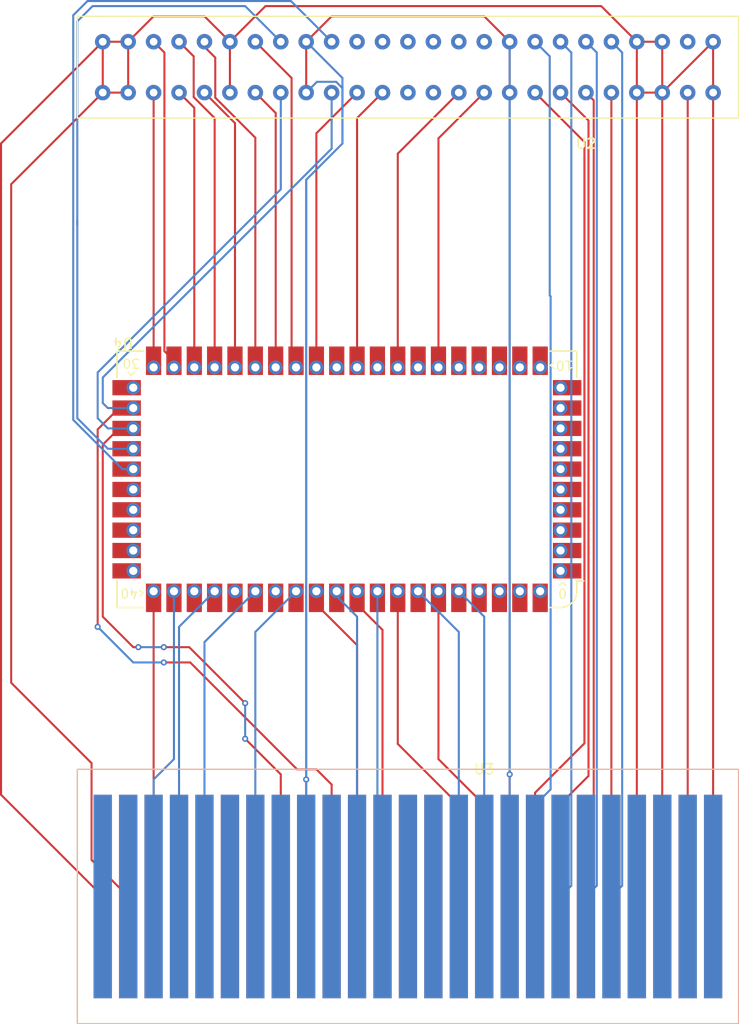
<source format=kicad_pcb>
(kicad_pcb (version 20240108) (generator "pcbnew") (generator_version "8.0")
  (layers (0 "F.Cu" signal) (31 "B.Cu" signal) (34 "B.Paste" user) (35 "F.Paste" user) (36 "B.SilkS" user "B.Silkscreen") (37 "F.SilkS" user "F.Silkscreen") (38 "B.Mask" user) (39 "F.Mask" user) (44 "Edge.Cuts" user))
  (net 0 "")
  (net 1 "Net-(U2-PIF_CIC)")
  (net 2 "Net-(U2-NC-Pad14)")
  (net 3 "CA_AD8")
  (net 4 "GND")
  (net 5 "Net-(U2-NC-Pad38)")
  (net 6 "Net-(U2-NC-Pad13)")
  (net 7 "+3V3")
  (net 8 "CA_AD0")
  (net 9 "READ")
  (net 10 "Net-(U2-LAUDIO)")
  (net 11 "Net-(U2-R_AUDIO)")
  (net 12 "Net-(U2-COLD_RST)")
  (net 13 "CA_AD7")
  (net 14 "ALE_H")
  (net 15 "CA_AD3")
  (net 16 "Net-(U2-CLK_PIF)")
  (net 17 "Net-(U2-JTAG_CLK)")
  (net 18 "ALE_L")
  (net 19 "CA_AD2")
  (net 20 "CA_AD5")
  (net 21 "CA_AD11")
  (net 22 "Net-(U2-NC-Pad39)")
  (net 23 "CA_AD1")
  (net 24 "CA_AD4")
  (net 25 "Net-(U2-CIC_PIF)")
  (net 26 "Net-(U2-NMI_R4300)")
  (net 27 "CA_AD9")
  (net 28 "Net-(U2-VIDEO_CLK)")
  (net 29 "CA_AD6")
  (net 30 "Net-(U2-S_DAT)")
  (net 31 "CA_AD10")
  (net 32 "CO_AD1")
  (net 33 "CO_AD7")
  (net 34 "CO_AD2")
  (net 35 "CO_AD9")
  (net 36 "CO_AD4")
  (net 37 "CO_AD10")
  (net 38 "CO_AD8")
  (net 39 "CO_AD11")
  (net 40 "CO_AD0")
  (net 41 "CO_AD5")
  (net 42 "CO_AD6")
  (net 43 "CO_AD3")
  (net 44 "CO_AD12")
  (net 45 "CA_AD14")
  (net 46 "CO_AD13")
  (net 47 "CA_AD15")
  (net 48 "CO_AD14")
  (net 49 "CO_AD15")
  (net 50 "CA_AD12")
  (net 51 "CA_AD13")
  (net 52 "WRITE")
  (footprint "n64_library:N64_cartridge_pins_2.5mm" (layer "F.Cu") (at 127.5 121.5)
    (property "Reference" "U3" (at 12.5 5 0) (layer "F.SilkS"))
    (property "Value" "~")
    (fp_line (start -27.5 5) (end 37.5 5) (stroke (width 0.12)) (layer "B.SilkS"))
    (fp_line (start -27.5 30) (end -27.5 5) (stroke (width 0.12)) (layer "B.SilkS"))
    (fp_line (start 37.5 5) (end 37.5 30) (stroke (width 0.12)) (layer "B.SilkS"))
    (fp_line (start 37.5 30) (end -27.5 30) (stroke (width 0.12)) (layer "B.SilkS"))
    (fp_line (start -27.5 5) (end -27.5 30) (stroke (width 0.12)) (layer "F.SilkS"))
    (fp_line (start -27.5 30) (end 37.5 30) (stroke (width 0.12)) (layer "F.SilkS"))
    (fp_line (start 37.5 5) (end -27.5 5) (stroke (width 0.12)) (layer "F.SilkS"))
    (fp_line (start 37.5 30) (end 37.5 5) (stroke (width 0.12)) (layer "F.SilkS"))
    (pad "1" smd rect (at -25 17.5) (size 1.8 20) (layers "F.Cu" "F.Paste" "F.Mask") (net 4 "GND"))
    (pad "2" smd rect (at -22.5 17.5) (size 1.8 20) (layers "F.Cu" "F.Paste" "F.Mask") (net 4 "GND"))
    (pad "3" smd rect (at -20 17.5) (size 1.8 20) (layers "F.Cu" "F.Paste" "F.Mask") (net 49 "CO_AD15"))
    (pad "4" smd rect (at -17.5 17.5) (size 1.8 20) (layers "F.Cu" "F.Paste" "F.Mask") (net 48 "CO_AD14"))
    (pad "5" smd rect (at -15 17.5) (size 1.8 20) (layers "F.Cu" "F.Paste" "F.Mask") (net 46 "CO_AD13"))
    (pad "6" smd rect (at -12.5 17.5) (size 1.8 20) (layers "F.Cu" "F.Paste" "F.Mask") (net 4 "GND"))
    (pad "7" smd rect (at -10 17.5) (size 1.8 20) (layers "F.Cu" "F.Paste" "F.Mask") (net 44 "CO_AD12"))
    (pad "8" smd rect (at -7.5 17.5) (size 1.8 20) (layers "F.Cu" "F.Paste" "F.Mask") (net 52 "WRITE"))
    (pad "9" smd rect (at -5 17.5) (size 1.8 20) (layers "F.Cu" "F.Paste" "F.Mask") (net 7 "+3V3"))
    (pad "10" smd rect (at -2.5 17.5) (size 1.8 20) (layers "F.Cu" "F.Paste" "F.Mask") (net 9 "READ"))
    (pad "11" smd rect (at 0 17.5) (size 1.8 20) (layers "F.Cu" "F.Paste" "F.Mask") (net 39 "CO_AD11"))
    (pad "12" smd rect (at 2.5 17.5) (size 1.8 20) (layers "F.Cu" "F.Paste" "F.Mask") (net 37 "CO_AD10"))
    (pad "13" smd rect (at 5 17.5) (size 1.8 20) (layers "F.Cu" "F.Paste" "F.Mask") (net 6 "Net-(U2-NC-Pad13)"))
    (pad "14" smd rect (at 7.5 17.5) (size 1.8 20) (layers "F.Cu" "F.Paste" "F.Mask") (net 2 "Net-(U2-NC-Pad14)"))
    (pad "15" smd rect (at 10 17.5) (size 1.8 20) (layers "F.Cu" "F.Paste" "F.Mask") (net 35 "CO_AD9"))
    (pad "16" smd rect (at 12.5 17.5) (size 1.8 20) (layers "F.Cu" "F.Paste" "F.Mask") (net 38 "CO_AD8"))
    (pad "17" smd rect (at 15 17.5) (size 1.8 20) (layers "F.Cu" "F.Paste" "F.Mask") (net 7 "+3V3"))
    (pad "18" smd rect (at 17.5 17.5) (size 1.8 20) (layers "F.Cu" "F.Paste" "F.Mask") (net 25 "Net-(U2-CIC_PIF)"))
    (pad "19" smd rect (at 20 17.5) (size 1.8 20) (layers "F.Cu" "F.Paste" "F.Mask") (net 16 "Net-(U2-CLK_PIF)"))
    (pad "20" smd rect (at 22.5 17.5) (size 1.8 20) (layers "F.Cu" "F.Paste" "F.Mask") (net 12 "Net-(U2-COLD_RST)"))
    (pad "21" smd rect (at 25 17.5) (size 1.8 20) (layers "F.Cu" "F.Paste" "F.Mask") (net 30 "Net-(U2-S_DAT)"))
    (pad "22" smd rect (at 27.5 17.5) (size 1.8 20) (layers "F.Cu" "F.Paste" "F.Mask") (net 4 "GND"))
    (pad "23" smd rect (at 30 17.5) (size 1.8 20) (layers "F.Cu" "F.Paste" "F.Mask") (net 4 "GND"))
    (pad "24" smd rect (at 32.5 17.5) (size 1.8 20) (layers "F.Cu" "F.Paste" "F.Mask") (net 10 "Net-(U2-LAUDIO)"))
    (pad "25" smd rect (at 35 17.5) (size 1.8 20) (layers "F.Cu" "F.Paste" "F.Mask") (net 4 "GND"))
    (pad "26" smd rect (at -25 17.5) (size 1.8 20) (layers "B.Cu" "B.Paste" "B.Mask") (net 4 "GND"))
    (pad "27" smd rect (at -22.5 17.5) (size 1.8 20) (layers "B.Cu" "B.Paste" "B.Mask") (net 4 "GND"))
    (pad "28" smd rect (at -20 17.5) (size 1.8 20) (layers "B.Cu" "B.Paste" "B.Mask") (net 40 "CO_AD0"))
    (pad "29" smd rect (at -17.5 17.5) (size 1.8 20) (layers "B.Cu" "B.Paste" "B.Mask") (net 32 "CO_AD1"))
    (pad "30" smd rect (at -15 17.5) (size 1.8 20) (layers "B.Cu" "B.Paste" "B.Mask") (net 34 "CO_AD2"))
    (pad "31" smd rect (at -12.5 17.5) (size 1.8 20) (layers "B.Cu" "B.Paste" "B.Mask") (net 4 "GND"))
    (pad "32" smd rect (at -10 17.5) (size 1.8 20) (layers "B.Cu" "B.Paste" "B.Mask") (net 43 "CO_AD3"))
    (pad "33" smd rect (at -7.5 17.5) (size 1.8 20) (layers "B.Cu" "B.Paste" "B.Mask") (net 18 "ALE_L"))
    (pad "34" smd rect (at -5 17.5) (size 1.8 20) (layers "B.Cu" "B.Paste" "B.Mask") (net 7 "+3V3"))
    (pad "35" smd rect (at -2.5 17.5) (size 1.8 20) (layers "B.Cu" "B.Paste" "B.Mask") (net 14 "ALE_H"))
    (pad "36" smd rect (at 0 17.5) (size 1.8 20) (layers "B.Cu" "B.Paste" "B.Mask") (net 36 "CO_AD4"))
    (pad "37" smd rect (at 2.5 17.5) (size 1.8 20) (layers "B.Cu" "B.Paste" "B.Mask") (net 41 "CO_AD5"))
    (pad "38" smd rect (at 5 17.5) (size 1.8 20) (layers "B.Cu" "B.Paste" "B.Mask") (net 5 "Net-(U2-NC-Pad38)"))
    (pad "39" smd rect (at 7.5 17.5) (size 1.8 20) (layers "B.Cu" "B.Paste" "B.Mask") (net 22 "Net-(U2-NC-Pad39)"))
    (pad "40" smd rect (at 10 17.5) (size 1.8 20) (layers "B.Cu" "B.Paste" "B.Mask") (net 42 "CO_AD6"))
    (pad "41" smd rect (at 12.5 17.5) (size 1.8 20) (layers "B.Cu" "B.Paste" "B.Mask") (net 33 "CO_AD7"))
    (pad "42" smd rect (at 15 17.5) (size 1.8 20) (layers "B.Cu" "B.Paste" "B.Mask") (net 7 "+3V3"))
    (pad "43" smd rect (at 17.5 17.5) (size 1.8 20) (layers "B.Cu" "B.Paste" "B.Mask") (net 1 "Net-(U2-PIF_CIC)"))
    (pad "44" smd rect (at 20 17.5) (size 1.8 20) (layers "B.Cu" "B.Paste" "B.Mask") (net 17 "Net-(U2-JTAG_CLK)"))
    (pad "45" smd rect (at 22.5 17.5) (size 1.8 20) (layers "B.Cu" "B.Paste" "B.Mask") (net 26 "Net-(U2-NMI_R4300)"))
    (pad "46" smd rect (at 25 17.5) (size 1.8 20) (layers "B.Cu" "B.Paste" "B.Mask") (net 28 "Net-(U2-VIDEO_CLK)"))
    (pad "47" smd rect (at 27.5 17.5) (size 1.8 20) (layers "B.Cu" "B.Paste" "B.Mask") (net 4 "GND"))
    (pad "48" smd rect (at 30 17.5) (size 1.8 20) (layers "B.Cu" "B.Paste" "B.Mask") (net 4 "GND"))
    (pad "49" smd rect (at 32.5 17.5) (size 1.8 20) (layers "B.Cu" "B.Paste" "B.Mask") (net 11 "Net-(U2-R_AUDIO)"))
    (pad "50" smd rect (at 35 17.5) (size 1.8 20) (layers "B.Cu" "B.Paste" "B.Mask") (net 4 "GND"))
  )
  (footprint "RP2xxx_Stamp:RP2xxx_Stamp_XL_THT" (layer "F.Cu") (at 126.5 98 180)
    (property "Reference" "U4" (at 22 13.4 180) (layer "F.SilkS"))
    (property "Value" "RP235x-B")
    (fp_line (start 22.6 12.6) (end 20 12.6) (stroke (width 0.15)) (layer "F.SilkS"))
    (fp_line (start 22.6 10) (end 22.6 12.6) (stroke (width 0.15)) (layer "F.SilkS"))
    (fp_line (start 22.6 -12.6) (end 22.6 -10) (stroke (width 0.15)) (layer "F.SilkS"))
    (fp_line (start 21.5 10.5) (end 21.2 10.2) (stroke (width 0.12)) (layer "F.SilkS"))
    (fp_line (start 21.2 10.2) (end 20.9 10.5) (stroke (width 0.12)) (layer "F.SilkS"))
    (fp_line (start 20.35 -11.5) (end 20.05 -11.2) (stroke (width 0.12)) (layer "F.SilkS"))
    (fp_line (start 20.05 -11.2) (end 20.35 -10.9) (stroke (width 0.12)) (layer "F.SilkS"))
    (fp_line (start 20 -12.6) (end 22.6 -12.6) (stroke (width 0.15)) (layer "F.SilkS"))
    (fp_line (start -20 12.6) (end -22.6 12.6) (stroke (width 0.15)) (layer "F.SilkS"))
    (fp_line (start -20 11.2) (end -20.3 10.9) (stroke (width 0.12)) (layer "F.SilkS"))
    (fp_line (start -20.3 11.5) (end -20 11.2) (stroke (width 0.12)) (layer "F.SilkS"))
    (fp_line (start -21.1 -12.6) (end -20 -12.6) (stroke (width 0.15)) (layer "F.SilkS"))
    (fp_line (start -21.2 -10.1) (end -20.9 -10.4) (stroke (width 0.12)) (layer "F.SilkS"))
    (fp_line (start -21.5 -10.4) (end -21.2 -10.1) (stroke (width 0.12)) (layer "F.SilkS"))
    (fp_line (start -22.6 12.6) (end -22.6 10) (stroke (width 0.15)) (layer "F.SilkS"))
    (fp_line (start -22.6 -10) (end -22.6 -11.1) (stroke (width 0.15)) (layer "F.SilkS"))
    (fp_line (start -22.6 -10) (end -23.3 -10) (stroke (width 0.15)) (layer "F.SilkS"))
    (fp_arc (start -22.6 -11.1) (mid -22.129432 -12.129432) (end -21.1 -12.6) (stroke (width 0.15)) (layer "F.SilkS"))
    (fp_text user "30" (at 21.2 11.4 180) (layer "F.SilkS") (effects (font (size 0.9 0.9) (thickness 0.12))))
    (fp_text user "40" (at 21.4 -11.2 180) (layer "F.SilkS") (effects (font (size 0.9 0.9) (thickness 0.12))))
    (fp_text user "10" (at -21.4 11.2 180) (layer "F.SilkS") (effects (font (size 0.9 0.9) (thickness 0.12))))
    (fp_text user "0" (at -21.2 -11.2 180) (layer "F.SilkS") (effects (font (size 0.9 0.9) (thickness 0.12))))
    (pad "1" smd rect (at -21.65 -9 180) (size 2.8 1.5) (layers "F.Cu" "F.Paste" "F.Mask"))
    (pad "1" thru_hole circle (at -21 -9 180) (size 1.35 1.35) (drill 0.8) (layers "*.Cu" "*.Mask"))
    (pad "2" smd rect (at -21.65 -7 180) (size 2.8 1.5) (layers "F.Cu" "F.Paste" "F.Mask"))
    (pad "2" thru_hole oval (at -21 -7 180) (size 1.35 1.35) (drill 0.8) (layers "*.Cu" "*.Mask"))
    (pad "3" smd rect (at -21.65 -5 180) (size 2.8 1.5) (layers "F.Cu" "F.Paste" "F.Mask"))
    (pad "3" thru_hole oval (at -21 -5 180) (size 1.35 1.35) (drill 0.8) (layers "*.Cu" "*.Mask"))
    (pad "4" smd rect (at -21.65 -3 180) (size 2.8 1.5) (layers "F.Cu" "F.Paste" "F.Mask"))
    (pad "4" thru_hole oval (at -21 -3 180) (size 1.35 1.35) (drill 0.8) (layers "*.Cu" "*.Mask"))
    (pad "5" smd rect (at -21.65 -1 180) (size 2.8 1.5) (layers "F.Cu" "F.Paste" "F.Mask"))
    (pad "5" thru_hole oval (at -21 -1 180) (size 1.35 1.35) (drill 0.8) (layers "*.Cu" "*.Mask"))
    (pad "6" smd rect (at -21.65 1 180) (size 2.8 1.5) (layers "F.Cu" "F.Paste" "F.Mask"))
    (pad "6" thru_hole oval (at -21 1 180) (size 1.35 1.35) (drill 0.8) (layers "*.Cu" "*.Mask"))
    (pad "7" smd rect (at -21.65 3 180) (size 2.8 1.5) (layers "F.Cu" "F.Paste" "F.Mask"))
    (pad "7" thru_hole oval (at -21 3 180) (size 1.35 1.35) (drill 0.8) (layers "*.Cu" "*.Mask"))
    (pad "8" smd rect (at -21.65 5 180) (size 2.8 1.5) (layers "F.Cu" "F.Paste" "F.Mask"))
    (pad "8" thru_hole oval (at -21 5 180) (size 1.35 1.35) (drill 0.8) (layers "*.Cu" "*.Mask"))
    (pad "9" smd rect (at -21.65 7 180) (size 2.8 1.5) (layers "F.Cu" "F.Paste" "F.Mask"))
    (pad "9" thru_hole oval (at -21 7 180) (size 1.35 1.35) (drill 0.8) (layers "*.Cu" "*.Mask"))
    (pad "10" smd rect (at -21.65 9 180) (size 2.8 1.5) (layers "F.Cu" "F.Paste" "F.Mask"))
    (pad "10" thru_hole oval (at -21 9 180) (size 1.35 1.35) (drill 0.8) (layers "*.Cu" "*.Mask"))
    (pad "11" thru_hole oval (at -19 11 180) (size 1.35 1.35) (drill 0.8) (layers "*.Cu" "*.Mask"))
    (pad "11" smd rect (at -19 11.65 90) (size 2.8 1.5) (layers "F.Cu" "F.Paste" "F.Mask"))
    (pad "12" thru_hole oval (at -17 11 180) (size 1.35 1.35) (drill 0.8) (layers "*.Cu" "*.Mask"))
    (pad "12" smd rect (at -17 11.65 90) (size 2.8 1.5) (layers "F.Cu" "F.Paste" "F.Mask"))
    (pad "13" thru_hole oval (at -15 11 180) (size 1.35 1.35) (drill 0.8) (layers "*.Cu" "*.Mask"))
    (pad "13" smd rect (at -15 11.65 90) (size 2.8 1.5) (layers "F.Cu" "F.Paste" "F.Mask"))
    (pad "14" thru_hole oval (at -13 11 180) (size 1.35 1.35) (drill 0.8) (layers "*.Cu" "*.Mask"))
    (pad "14" smd rect (at -13 11.65 90) (size 2.8 1.5) (layers "F.Cu" "F.Paste" "F.Mask"))
    (pad "15" thru_hole oval (at -11 11 180) (size 1.35 1.35) (drill 0.8) (layers "*.Cu" "*.Mask") (net 13 "CA_AD7"))
    (pad "15" smd rect (at -11 11.65 90) (size 2.8 1.5) (layers "F.Cu" "F.Paste" "F.Mask") (net 13 "CA_AD7"))
    (pad "16" thru_hole oval (at -9 11 180) (size 1.35 1.35) (drill 0.8) (layers "*.Cu" "*.Mask") (net 3 "CA_AD8"))
    (pad "16" smd rect (at -9 11.65 90) (size 2.8 1.5) (layers "F.Cu" "F.Paste" "F.Mask") (net 3 "CA_AD8"))
    (pad "17" thru_hole oval (at -7 11 180) (size 1.35 1.35) (drill 0.8) (layers "*.Cu" "*.Mask") (net 29 "CA_AD6"))
    (pad "17" smd rect (at -7 11.65 90) (size 2.8 1.5) (layers "F.Cu" "F.Paste" "F.Mask") (net 29 "CA_AD6"))
    (pad "18" thru_hole oval (at -5 11 180) (size 1.35 1.35) (drill 0.8) (layers "*.Cu" "*.Mask") (net 27 "CA_AD9"))
    (pad "18" smd rect (at -5 11.65 90) (size 2.8 1.5) (layers "F.Cu" "F.Paste" "F.Mask") (net 27 "CA_AD9"))
    (pad "19" thru_hole oval (at -3 11 180) (size 1.35 1.35) (drill 0.8) (layers "*.Cu" "*.Mask") (net 20 "CA_AD5"))
    (pad "19" smd rect (at -3 11.65 90) (size 2.8 1.5) (layers "F.Cu" "F.Paste" "F.Mask") (net 20 "CA_AD5"))
    (pad "20" thru_hole oval (at -1 11 180) (size 1.35 1.35) (drill 0.8) (layers "*.Cu" "*.Mask") (net 31 "CA_AD10"))
    (pad "20" smd rect (at -1 11.65 90) (size 2.8 1.5) (layers "F.Cu" "F.Paste" "F.Mask") (net 31 "CA_AD10"))
    (pad "21" thru_hole oval (at 1 11 180) (size 1.35 1.35) (drill 0.8) (layers "*.Cu" "*.Mask") (net 24 "CA_AD4"))
    (pad "21" smd rect (at 1 11.65 90) (size 2.8 1.5) (layers "F.Cu" "F.Paste" "F.Mask") (net 24 "CA_AD4"))
    (pad "22" thru_hole oval (at 3 11 180) (size 1.35 1.35) (drill 0.8) (layers "*.Cu" "*.Mask") (net 21 "CA_AD11"))
    (pad "22" smd rect (at 3 11.65 90) (size 2.8 1.5) (layers "F.Cu" "F.Paste" "F.Mask") (net 21 "CA_AD11"))
    (pad "23" thru_hole oval (at 5 11 180) (size 1.35 1.35) (drill 0.8) (layers "*.Cu" "*.Mask") (net 15 "CA_AD3"))
    (pad "23" smd rect (at 5 11.65 90) (size 2.8 1.5) (layers "F.Cu" "F.Paste" "F.Mask") (net 15 "CA_AD3"))
    (pad "24" thru_hole oval (at 7 11 180) (size 1.35 1.35) (drill 0.8) (layers "*.Cu" "*.Mask") (net 50 "CA_AD12"))
    (pad "24" smd rect (at 7 11.65 90) (size 2.8 1.5) (layers "F.Cu" "F.Paste" "F.Mask") (net 50 "CA_AD12"))
    (pad "25" thru_hole oval (at 9 11 180) (size 1.35 1.35) (drill 0.8) (layers "*.Cu" "*.Mask") (net 19 "CA_AD2"))
    (pad "25" smd rect (at 9 11.65 90) (size 2.8 1.5) (layers "F.Cu" "F.Paste" "F.Mask") (net 19 "CA_AD2"))
    (pad "26" thru_hole oval (at 11 11 180) (size 1.35 1.35) (drill 0.8) (layers "*.Cu" "*.Mask") (net 51 "CA_AD13"))
    (pad "26" smd rect (at 11 11.65 90) (size 2.8 1.5) (layers "F.Cu" "F.Paste" "F.Mask") (net 51 "CA_AD13"))
    (pad "27" thru_hole oval (at 13 11 180) (size 1.35 1.35) (drill 0.8) (layers "*.Cu" "*.Mask") (net 23 "CA_AD1"))
    (pad "27" smd rect (at 13 11.65 90) (size 2.8 1.5) (layers "F.Cu" "F.Paste" "F.Mask") (net 23 "CA_AD1"))
    (pad "28" thru_hole oval (at 15 11 180) (size 1.35 1.35) (drill 0.8) (layers "*.Cu" "*.Mask") (net 45 "CA_AD14"))
    (pad "28" smd rect (at 15 11.65 90) (size 2.8 1.5) (layers "F.Cu" "F.Paste" "F.Mask") (net 45 "CA_AD14"))
    (pad "29" thru_hole oval (at 17 11 180) (size 1.35 1.35) (drill 0.8) (layers "*.Cu" "*.Mask") (net 8 "CA_AD0"))
    (pad "29" smd rect (at 17 11.65 90) (size 2.8 1.5) (layers "F.Cu" "F.Paste" "F.Mask") (net 8 "CA_AD0"))
    (pad "30" thru_hole oval (at 19 11 180) (size 1.35 1.35) (drill 0.8) (layers "*.Cu" "*.Mask") (net 47 "CA_AD15"))
    (pad "30" smd rect (at 19 11.65 90) (size 2.8 1.5) (layers "F.Cu" "F.Paste" "F.Mask") (net 47 "CA_AD15"))
    (pad "31" thru_hole oval (at 21 9 180) (size 1.35 1.35) (drill 0.8) (layers "*.Cu" "*.Mask"))
    (pad "31" smd rect (at 21.65 9 180) (size 2.8 1.5) (layers "F.Cu" "F.Paste" "F.Mask"))
    (pad "32" thru_hole oval (at 21 7 180) (size 1.35 1.35) (drill 0.8) (layers "*.Cu" "*.Mask") (net 9 "READ"))
    (pad "32" smd rect (at 21.65 7 180) (size 2.8 1.5) (layers "F.Cu" "F.Paste" "F.Mask") (net 9 "READ"))
    (pad "33" thru_hole oval (at 21 5 180) (size 1.35 1.35) (drill 0.8) (layers "*.Cu" "*.Mask") (net 52 "WRITE"))
    (pad "33" smd rect (at 21.65 5 180) (size 2.8 1.5) (layers "F.Cu" "F.Paste" "F.Mask") (net 52 "WRITE"))
    (pad "34" thru_hole oval (at 21 3 180) (size 1.35 1.35) (drill 0.8) (layers "*.Cu" "*.Mask") (net 18 "ALE_L"))
    (pad "34" smd rect (at 21.65 3 180) (size 2.8 1.5) (layers "F.Cu" "F.Paste" "F.Mask") (net 18 "ALE_L"))
    (pad "35" thru_hole oval (at 21 1 180) (size 1.35 1.35) (drill 0.8) (layers "*.Cu" "*.Mask") (net 14 "ALE_H"))
    (pad "35" smd rect (at 21.65 1 180) (size 2.8 1.5) (layers "F.Cu" "F.Paste" "F.Mask") (net 14 "ALE_H"))
    (pad "36" thru_hole oval (at 21 -1 180) (size 1.35 1.35) (drill 0.8) (layers "*.Cu" "*.Mask"))
    (pad "36" smd rect (at 21.65 -1 180) (size 2.8 1.5) (layers "F.Cu" "F.Paste" "F.Mask"))
    (pad "37" thru_hole oval (at 21 -3 180) (size 1.35 1.35) (drill 0.8) (layers "*.Cu" "*.Mask"))
    (pad "37" smd rect (at 21.65 -3 180) (size 2.8 1.5) (layers "F.Cu" "F.Paste" "F.Mask"))
    (pad "38" thru_hole oval (at 21 -5 180) (size 1.35 1.35) (drill 0.8) (layers "*.Cu" "*.Mask"))
    (pad "38" smd rect (at 21.65 -5 180) (size 2.8 1.5) (layers "F.Cu" "F.Paste" "F.Mask"))
    (pad "39" thru_hole oval (at 21 -7 180) (size 1.35 1.35) (drill 0.8) (layers "*.Cu" "*.Mask"))
    (pad "39" smd rect (at 21.65 -7 180) (size 2.8 1.5) (layers "F.Cu" "F.Paste" "F.Mask"))
    (pad "40" thru_hole oval (at 21 -9 180) (size 1.35 1.35) (drill 0.8) (layers "*.Cu" "*.Mask"))
    (pad "40" smd rect (at 21.65 -9 180) (size 2.8 1.5) (layers "F.Cu" "F.Paste" "F.Mask"))
    (pad "41" smd rect (at 19 -11.65 90) (size 2.8 1.5) (layers "F.Cu" "F.Paste" "F.Mask") (net 49 "CO_AD15"))
    (pad "41" thru_hole oval (at 19 -11 180) (size 1.35 1.35) (drill 0.8) (layers "*.Cu" "*.Mask") (net 49 "CO_AD15"))
    (pad "42" smd rect (at 17 -11.65 90) (size 2.8 1.5) (layers "F.Cu" "F.Paste" "F.Mask") (net 40 "CO_AD0"))
    (pad "42" thru_hole oval (at 17 -11 180) (size 1.35 1.35) (drill 0.8) (layers "*.Cu" "*.Mask") (net 40 "CO_AD0"))
    (pad "43" smd rect (at 15 -11.65 90) (size 2.8 1.5) (layers "F.Cu" "F.Paste" "F.Mask") (net 48 "CO_AD14"))
    (pad "43" thru_hole oval (at 15 -11 180) (size 1.35 1.35) (drill 0.8) (layers "*.Cu" "*.Mask") (net 48 "CO_AD14"))
    (pad "44" smd rect (at 13 -11.65 90) (size 2.8 1.5) (layers "F.Cu" "F.Paste" "F.Mask") (net 32 "CO_AD1"))
    (pad "44" thru_hole oval (at 13 -11 180) (size 1.35 1.35) (drill 0.8) (layers "*.Cu" "*.Mask") (net 32 "CO_AD1"))
    (pad "45" smd rect (at 11 -11.65 90) (size 2.8 1.5) (layers "F.Cu" "F.Paste" "F.Mask") (net 46 "CO_AD13"))
    (pad "45" thru_hole oval (at 11 -11 180) (size 1.35 1.35) (drill 0.8) (layers "*.Cu" "*.Mask") (net 46 "CO_AD13"))
    (pad "46" smd rect (at 9 -11.65 90) (size 2.8 1.5) (layers "F.Cu" "F.Paste" "F.Mask") (net 34 "CO_AD2"))
    (pad "46" thru_hole oval (at 9 -11 180) (size 1.35 1.35) (drill 0.8) (layers "*.Cu" "*.Mask") (net 34 "CO_AD2"))
    (pad "47" smd rect (at 7 -11.65 90) (size 2.8 1.5) (layers "F.Cu" "F.Paste" "F.Mask") (net 44 "CO_AD12"))
    (pad "47" thru_hole oval (at 7 -11 180) (size 1.35 1.35) (drill 0.8) (layers "*.Cu" "*.Mask") (net 44 "CO_AD12"))
    (pad "48" smd rect (at 5 -11.65 90) (size 2.8 1.5) (layers "F.Cu" "F.Paste" "F.Mask") (net 43 "CO_AD3"))
    (pad "48" thru_hole oval (at 5 -11 180) (size 1.35 1.35) (drill 0.8) (layers "*.Cu" "*.Mask") (net 43 "CO_AD3"))
    (pad "49" smd rect (at 3 -11.65 90) (size 2.8 1.5) (layers "F.Cu" "F.Paste" "F.Mask") (net 39 "CO_AD11"))
    (pad "49" thru_hole oval (at 3 -11 180) (size 1.35 1.35) (drill 0.8) (layers "*.Cu" "*.Mask") (net 39 "CO_AD11"))
    (pad "50" smd rect (at 1 -11.65 90) (size 2.8 1.5) (layers "F.Cu" "F.Paste" "F.Mask") (net 36 "CO_AD4"))
    (pad "50" thru_hole oval (at 1 -11 180) (size 1.35 1.35) (drill 0.8) (layers "*.Cu" "*.Mask") (net 36 "CO_AD4"))
    (pad "51" smd rect (at -1 -11.65 90) (size 2.8 1.5) (layers "F.Cu" "F.Paste" "F.Mask") (net 37 "CO_AD10"))
    (pad "51" thru_hole oval (at -1 -11 180) (size 1.35 1.35) (drill 0.8) (layers "*.Cu" "*.Mask") (net 37 "CO_AD10"))
    (pad "52" smd rect (at -3 -11.65 90) (size 2.8 1.5) (layers "F.Cu" "F.Paste" "F.Mask") (net 41 "CO_AD5"))
    (pad "52" thru_hole oval (at -3 -11 180) (size 1.35 1.35) (drill 0.8) (layers "*.Cu" "*.Mask") (net 41 "CO_AD5"))
    (pad "53" smd rect (at -5 -11.65 90) (size 2.8 1.5) (layers "F.Cu" "F.Paste" "F.Mask") (net 35 "CO_AD9"))
    (pad "53" thru_hole oval (at -5 -11 180) (size 1.35 1.35) (drill 0.8) (layers "*.Cu" "*.Mask") (net 35 "CO_AD9"))
    (pad "54" smd rect (at -7 -11.65 90) (size 2.8 1.5) (layers "F.Cu" "F.Paste" "F.Mask") (net 42 "CO_AD6"))
    (pad "54" thru_hole oval (at -7 -11 180) (size 1.35 1.35) (drill 0.8) (layers "*.Cu" "*.Mask") (net 42 "CO_AD6"))
    (pad "55" smd rect (at -9 -11.65 90) (size 2.8 1.5) (layers "F.Cu" "F.Paste" "F.Mask") (net 38 "CO_AD8"))
    (pad "55" thru_hole oval (at -9 -11 180) (size 1.35 1.35) (drill 0.8) (layers "*.Cu" "*.Mask") (net 38 "CO_AD8"))
    (pad "56" smd rect (at -11 -11.65 90) (size 2.8 1.5) (layers "F.Cu" "F.Paste" "F.Mask") (net 33 "CO_AD7"))
    (pad "56" thru_hole oval (at -11 -11 180) (size 1.35 1.35) (drill 0.8) (layers "*.Cu" "*.Mask") (net 33 "CO_AD7"))
    (pad "57" smd rect (at -13 -11.65 90) (size 2.8 1.5) (layers "F.Cu" "F.Paste" "F.Mask"))
    (pad "57" thru_hole oval (at -13 -11 180) (size 1.35 1.35) (drill 0.8) (layers "*.Cu" "*.Mask"))
    (pad "58" smd rect (at -15 -11.65 90) (size 2.8 1.5) (layers "F.Cu" "F.Paste" "F.Mask"))
    (pad "58" thru_hole oval (at -15 -11 180) (size 1.35 1.35) (drill 0.8) (layers "*.Cu" "*.Mask"))
    (pad "59" smd rect (at -17 -11.65 90) (size 2.8 1.5) (layers "F.Cu" "F.Paste" "F.Mask"))
    (pad "59" thru_hole oval (at -17 -11 180) (size 1.35 1.35) (drill 0.8) (layers "*.Cu" "*.Mask"))
    (pad "60" smd rect (at -19 -11.65 90) (size 2.8 1.5) (layers "F.Cu" "F.Paste" "F.Mask"))
    (pad "60" thru_hole oval (at -19 -11 180) (size 1.35 1.35) (drill 0.8) (layers "*.Cu" "*.Mask"))
  )
  (footprint "n64_library:N64_cartridge_connecter_2.5mm" (layer "F.Cu") (at 135 57.5)
    (property "Reference" "U2" (at 15 7.5 0) (layer "F.SilkS"))
    (property "Value" "~")
    (fp_line (start -35 -5) (end -35 5) (stroke (width 0.12)) (layer "F.SilkS"))
    (fp_line (start -35 -5) (end -32.5 -5) (stroke (width 0.12)) (layer "F.SilkS"))
    (fp_line (start -35 5) (end -32.5 5) (stroke (width 0.12)) (layer "F.SilkS"))
    (fp_line (start -32.5 5) (end 30 5) (stroke (width 0.12)) (layer "F.SilkS"))
    (fp_line (start -30 -5) (end -32.5 -5) (stroke (width 0.12)) (layer "F.SilkS"))
    (fp_line (start 30 -5) (end -30 -5) (stroke (width 0.12)) (layer "F.SilkS"))
    (fp_line (start 30 5) (end 30 -5) (stroke (width 0.12)) (layer "F.SilkS"))
    (pad "1" thru_hole circle (at -32.5 2.5) (size 1.524 1.524) (drill 0.762) (layers "*.Cu" "*.Mask") (net 4 "GND"))
    (pad "2" thru_hole circle (at -30 2.5) (size 1.524 1.524) (drill 0.762) (layers "*.Cu" "*.Mask") (net 4 "GND"))
    (pad "3" thru_hole circle (at -27.5 2.5) (size 1.524 1.524) (drill 0.762) (layers "*.Cu" "*.Mask") (net 47 "CA_AD15"))
    (pad "4" thru_hole circle (at -25 2.5) (size 1.524 1.524) (drill 0.762) (layers "*.Cu" "*.Mask") (net 45 "CA_AD14"))
    (pad "5" thru_hole circle (at -22.5 2.5) (size 1.524 1.524) (drill 0.762) (layers "*.Cu" "*.Mask") (net 51 "CA_AD13"))
    (pad "6" thru_hole circle (at -20 2.5) (size 1.524 1.524) (drill 0.762) (layers "*.Cu" "*.Mask") (net 4 "GND"))
    (pad "7" thru_hole circle (at -17.5 2.5) (size 1.524 1.524) (drill 0.762) (layers "*.Cu" "*.Mask") (net 50 "CA_AD12"))
    (pad "8" thru_hole circle (at -15 2.5) (size 1.524 1.524) (drill 0.762) (layers "*.Cu" "*.Mask") (net 52 "WRITE"))
    (pad "9" thru_hole circle (at -12.5 2.5) (size 1.524 1.524) (drill 0.762) (layers "*.Cu" "*.Mask") (net 7 "+3V3"))
    (pad "10" thru_hole circle (at -10 2.5) (size 1.524 1.524) (drill 0.762) (layers "*.Cu" "*.Mask") (net 9 "READ"))
    (pad "11" thru_hole circle (at -7.5 2.5) (size 1.524 1.524) (drill 0.762) (layers "*.Cu" "*.Mask") (net 21 "CA_AD11"))
    (pad "12" thru_hole circle (at -5 2.5) (size 1.524 1.524) (drill 0.762) (layers "*.Cu" "*.Mask") (net 31 "CA_AD10"))
    (pad "13" thru_hole circle (at -2.5 2.5) (size 1.524 1.524) (drill 0.762) (layers "*.Cu" "*.Mask") (net 6 "Net-(U2-NC-Pad13)"))
    (pad "14" thru_hole circle (at 0 2.5) (size 1.524 1.524) (drill 0.762) (layers "*.Cu" "*.Mask") (net 2 "Net-(U2-NC-Pad14)"))
    (pad "15" thru_hole circle (at 2.5 2.5) (size 1.524 1.524) (drill 0.762) (layers "*.Cu" "*.Mask") (net 27 "CA_AD9"))
    (pad "16" thru_hole circle (at 5 2.5) (size 1.524 1.524) (drill 0.762) (layers "*.Cu" "*.Mask") (net 3 "CA_AD8"))
    (pad "17" thru_hole circle (at 7.5 2.5) (size 1.524 1.524) (drill 0.762) (layers "*.Cu" "*.Mask") (net 7 "+3V3"))
    (pad "18" thru_hole circle (at 10 2.5) (size 1.524 1.524) (drill 0.762) (layers "*.Cu" "*.Mask") (net 25 "Net-(U2-CIC_PIF)"))
    (pad "19" thru_hole circle (at 12.5 2.5) (size 1.524 1.524) (drill 0.762) (layers "*.Cu" "*.Mask") (net 16 "Net-(U2-CLK_PIF)"))
    (pad "20" thru_hole circle (at 15 2.5) (size 1.524 1.524) (drill 0.762) (layers "*.Cu" "*.Mask") (net 12 "Net-(U2-COLD_RST)"))
    (pad "21" thru_hole circle (at 17.5 2.5) (size 1.524 1.524) (drill 0.762) (layers "*.Cu" "*.Mask") (net 30 "Net-(U2-S_DAT)"))
    (pad "22" thru_hole circle (at 20 2.5) (size 1.524 1.524) (drill 0.762) (layers "*.Cu" "*.Mask") (net 4 "GND"))
    (pad "23" thru_hole circle (at 22.5 2.5) (size 1.524 1.524) (drill 0.762) (layers "*.Cu" "*.Mask") (net 4 "GND"))
    (pad "24" thru_hole circle (at 25 2.5) (size 1.524 1.524) (drill 0.762) (layers "*.Cu" "*.Mask") (net 10 "Net-(U2-LAUDIO)"))
    (pad "25" thru_hole circle (at 27.5 2.5) (size 1.524 1.524) (drill 0.762) (layers "*.Cu" "*.Mask") (net 4 "GND"))
    (pad "26" thru_hole circle (at -32.5 -2.5) (size 1.524 1.524) (drill 0.762) (layers "*.Cu" "*.Mask") (net 4 "GND"))
    (pad "27" thru_hole circle (at -30 -2.5) (size 1.524 1.524) (drill 0.762) (layers "*.Cu" "*.Mask") (net 4 "GND"))
    (pad "28" thru_hole circle (at -27.5 -2.5) (size 1.524 1.524) (drill 0.762) (layers "*.Cu" "*.Mask") (net 8 "CA_AD0"))
    (pad "29" thru_hole circle (at -25 -2.5) (size 1.524 1.524) (drill 0.762) (layers "*.Cu" "*.Mask") (net 23 "CA_AD1"))
    (pad "30" thru_hole circle (at -22.5 -2.5) (size 1.524 1.524) (drill 0.762) (layers "*.Cu" "*.Mask") (net 19 "CA_AD2"))
    (pad "31" thru_hole circle (at -20 -2.5) (size 1.524 1.524) (drill 0.762) (layers "*.Cu" "*.Mask") (net 4 "GND"))
    (pad "32" thru_hole circle (at -17.5 -2.5) (size 1.524 1.524) (drill 0.762) (layers "*.Cu" "*.Mask") (net 15 "CA_AD3"))
    (pad "33" thru_hole circle (at -15 -2.5) (size 1.524 1.524) (drill 0.762) (layers "*.Cu" "*.Mask") (net 18 "ALE_L"))
    (pad "34" thru_hole circle (at -12.5 -2.5) (size 1.524 1.524) (drill 0.762) (layers "*.Cu" "*.Mask") (net 7 "+3V3"))
    (pad "35" thru_hole circle (at -10 -2.5) (size 1.524 1.524) (drill 0.762) (layers "*.Cu" "*.Mask") (net 14 "ALE_H"))
    (pad "36" thru_hole circle (at -7.5 -2.5) (size 1.524 1.524) (drill 0.762) (layers "*.Cu" "*.Mask") (net 24 "CA_AD4"))
    (pad "37" thru_hole circle (at -5 -2.5) (size 1.524 1.524) (drill 0.762) (layers "*.Cu" "*.Mask") (net 20 "CA_AD5"))
    (pad "38" thru_hole circle (at -2.5 -2.5) (size 1.524 1.524) (drill 0.762) (layers "*.Cu" "*.Mask") (net 5 "Net-(U2-NC-Pad38)"))
    (pad "39" thru_hole circle (at 0 -2.5) (size 1.524 1.524) (drill 0.762) (layers "*.Cu" "*.Mask") (net 22 "Net-(U2-NC-Pad39)"))
    (pad "40" thru_hole circle (at 2.5 -2.5) (size 1.524 1.524) (drill 0.762) (layers "*.Cu" "*.Mask") (net 29 "CA_AD6"))
    (pad "41" thru_hole circle (at 5 -2.5) (size 1.524 1.524) (drill 0.762) (layers "*.Cu" "*.Mask") (net 13 "CA_AD7"))
    (pad "42" thru_hole circle (at 7.5 -2.5) (size 1.524 1.524) (drill 0.762) (layers "*.Cu" "*.Mask") (net 7 "+3V3"))
    (pad "43" thru_hole circle (at 10 -2.5) (size 1.524 1.524) (drill 0.762) (layers "*.Cu" "*.Mask") (net 1 "Net-(U2-PIF_CIC)"))
    (pad "44" thru_hole circle (at 12.5 -2.5) (size 1.524 1.524) (drill 0.762) (layers "*.Cu" "*.Mask") (net 17 "Net-(U2-JTAG_CLK)"))
    (pad "45" thru_hole circle (at 15 -2.5) (size 1.524 1.524) (drill 0.762) (layers "*.Cu" "*.Mask") (net 26 "Net-(U2-NMI_R4300)"))
    (pad "46" thru_hole circle (at 17.5 -2.5) (size 1.524 1.524) (drill 0.762) (layers "*.Cu" "*.Mask") (net 28 "Net-(U2-VIDEO_CLK)"))
    (pad "47" thru_hole circle (at 20 -2.5) (size 1.524 1.524) (drill 0.762) (layers "*.Cu" "*.Mask") (net 4 "GND"))
    (pad "48" thru_hole circle (at 22.5 -2.5) (size 1.524 1.524) (drill 0.762) (layers "*.Cu" "*.Mask") (net 4 "GND"))
    (pad "49" thru_hole circle (at 25 -2.5) (size 1.524 1.524) (drill 0.762) (layers "*.Cu" "*.Mask") (net 11 "Net-(U2-R_AUDIO)"))
    (pad "50" thru_hole circle (at 27.5 -2.5) (size 1.524 1.524) (drill 0.762) (layers "*.Cu" "*.Mask") (net 4 "GND"))
  )
  (segment (start 145 130) (end 145 139) (width 0.2) (layer "B.Cu") (net 1))
  (segment (start 146.438 56.438) (end 146.438 79.938) (width 0.2) (layer "B.Cu") (net 1))
  (segment (start 146.525 80.025) (end 146.525 128.475) (width 0.2) (layer "B.Cu") (net 1))
  (segment (start 145 55) (end 146.438 56.438) (width 0.2) (layer "B.Cu") (net 1))
  (segment (start 146.438 79.938) (end 146.525 80.025) (width 0.2) (layer "B.Cu") (net 1))
  (segment (start 146.525 128.475) (end 145 130) (width 0.2) (layer "B.Cu") (net 1))
  (segment (start 140 60) (end 135.5 64.5) (width 0.2) (layer "F.Cu") (net 3))
  (segment (start 135.5 64.5) (end 135.5 86.35) (width 0.2) (layer "F.Cu") (net 3))
  (segment (start 155 55) (end 151.5 51.5) (width 0.2) (layer "F.Cu") (net 4))
  (segment (start 157.5 60) (end 155 60) (width 0.2) (layer "F.Cu") (net 4))
  (segment (start 157.5 60) (end 162.5 55) (width 0.2) (layer "F.Cu") (net 4))
  (segment (start 112.5 52.5) (end 107.5 52.5) (width 0.2) (layer "F.Cu") (net 4))
  (segment (start 118.5 51.5) (end 115 55) (width 0.2) (layer "F.Cu") (net 4))
  (segment (start 157.5 60) (end 157.5 139) (width 0.2) (layer "F.Cu") (net 4))
  (segment (start 155 55) (end 157.5 55) (width 0.2) (layer "F.Cu") (net 4))
  (segment (start 92.5 129) (end 92.5 65) (width 0.2) (layer "F.Cu") (net 4))
  (segment (start 157.5 55) (end 157.5 60) (width 0.2) (layer "F.Cu") (net 4))
  (segment (start 155 60) (end 155 139) (width 0.2) (layer "F.Cu") (net 4))
  (segment (start 151.5 51.5) (end 118.5 51.5) (width 0.2) (layer "F.Cu") (net 4))
  (segment (start 162.5 55) (end 162.5 60) (width 0.2) (layer "F.Cu") (net 4))
  (segment (start 115 55) (end 115 60) (width 0.2) (layer "F.Cu") (net 4))
  (segment (start 101.4 135.4) (end 101.4 125.9) (width 0.2) (layer "F.Cu") (net 4))
  (segment (start 105 55) (end 102.5 55) (width 0.2) (layer "F.Cu") (net 4))
  (segment (start 107.5 52.5) (end 105 55) (width 0.2) (layer "F.Cu") (net 4))
  (segment (start 105 60) (end 105 55) (width 0.2) (layer "F.Cu") (net 4))
  (segment (start 162.5 60) (end 162.5 139) (width 0.2) (layer "F.Cu") (net 4))
  (segment (start 102.5 139) (end 92.5 129) (width 0.2) (layer "F.Cu") (net 4))
  (segment (start 105 139) (end 101.4 135.4) (width 0.2) (layer "F.Cu") (net 4))
  (segment (start 115 55) (end 112.5 52.5) (width 0.2) (layer "F.Cu") (net 4))
  (segment (start 101.4 125.9) (end 93.5 118) (width 0.2) (layer "F.Cu") (net 4))
  (segment (start 102.5 60) (end 105 60) (width 0.2) (layer "F.Cu") (net 4))
  (segment (start 93.5 69) (end 102.5 60) (width 0.2) (layer "F.Cu") (net 4))
  (segment (start 155 60) (end 155 55) (width 0.2) (layer "F.Cu") (net 4))
  (segment (start 92.5 65) (end 102.5 55) (width 0.2) (layer "F.Cu") (net 4))
  (segment (start 93.5 118) (end 93.5 69) (width 0.2) (layer "F.Cu") (net 4))
  (segment (start 102.5 55) (end 102.5 60) (width 0.2) (layer "F.Cu") (net 4))
  (segment (start 122.5 55) (end 125 52.5) (width 0.2) (layer "F.Cu") (net 7))
  (segment (start 122.5 60) (end 122.5 55) (width 0.2) (layer "F.Cu") (net 7))
  (segment (start 125 52.5) (end 140 52.5) (width 0.2) (layer "F.Cu") (net 7))
  (segment (start 140 52.5) (end 142.5 55) (width 0.2) (layer "F.Cu") (net 7))
  (segment (start 142.5 60) (end 142.5 55) (width 0.2) (layer "F.Cu") (net 7))
  (segment (start 122.5 139) (end 122.5 127.5) (width 0.2) (layer "F.Cu") (net 7))
  (segment (start 142.5 139) (end 142.5 127) (width 0.2) (layer "F.Cu") (net 7))
  (via (at 142.5 127) (size 0.6) (drill 0.3) (layers "F.Cu" "B.Cu") (net 7))
  (via (at 122.5 127.5) (size 0.6) (drill 0.3) (layers "F.Cu" "B.Cu") (net 7))
  (segment (start 122.5 127.5) (end 122.5 68.565686) (width 0.2) (layer "B.Cu") (net 7))
  (segment (start 122.5 139) (end 122.5 68.565686) (width 0.2) (layer "B.Cu") (net 7))
  (segment (start 142.5 139) (end 142.5 55) (width 0.2) (layer "B.Cu") (net 7))
  (segment (start 123.562 58.938) (end 122.5 60) (width 0.2) (layer "B.Cu") (net 7))
  (segment (start 126.062 59.560105) (end 125.439895 58.938) (width 0.2) (layer "B.Cu") (net 7))
  (segment (start 126.062 65.003686) (end 126.062 58.562) (width 0.2) (layer "B.Cu") (net 7))
  (segment (start 122.5 68.565686) (end 126.062 65.003686) (width 0.2) (layer "B.Cu") (net 7))
  (segment (start 126.062 65.003686) (end 126.062 59.560105) (width 0.2) (layer "B.Cu") (net 7))
  (segment (start 142.5 127) (end 142.5 60) (width 0.2) (layer "B.Cu") (net 7))
  (segment (start 125.439895 58.938) (end 123.562 58.938) (width 0.2) (layer "B.Cu") (net 7))
  (segment (start 126.062 58.562) (end 122.5 55) (width 0.2) (layer "B.Cu") (net 7))
  (segment (start 108.562 85.412) (end 109.5 86.35) (width 0.2) (layer "F.Cu") (net 8))
  (segment (start 108.562 56.062) (end 108.562 85.412) (width 0.2) (layer "F.Cu") (net 8))
  (segment (start 107.5 55) (end 108.562 56.062) (width 0.2) (layer "F.Cu") (net 8))
  (segment (start 121.6 126.5) (end 123.5 126.5) (width 0.2) (layer "F.Cu") (net 9))
  (segment (start 123.5 126.5) (end 125 128) (width 0.2) (layer "F.Cu") (net 9))
  (segment (start 102 93.1) (end 102 112.5) (width 0.2) (layer "F.Cu") (net 9))
  (segment (start 104.1 91) (end 102 93.1) (width 0.2) (layer "F.Cu") (net 9))
  (segment (start 105.5 91) (end 104.1 91) (width 0.2) (layer "F.Cu") (net 9))
  (segment (start 125 128) (end 125 139) (width 0.2) (layer "F.Cu") (net 9))
  (segment (start 111.1 116) (end 121.6 126.5) (width 0.2) (layer "F.Cu") (net 9))
  (segment (start 108.5 116) (end 111.1 116) (width 0.2) (layer "F.Cu") (net 9))
  (via (at 102 112.5) (size 0.6) (drill 0.3) (layers "F.Cu" "B.Cu") (net 9))
  (via (at 108.5 116) (size 0.6) (drill 0.3) (layers "F.Cu" "B.Cu") (net 9))
  (segment (start 102 112.5) (end 105.5 116) (width 0.2) (layer "B.Cu") (net 9))
  (segment (start 125 60) (end 125 65.5) (width 0.2) (layer "B.Cu") (net 9))
  (segment (start 103 91) (end 105.5 91) (width 0.2) (layer "B.Cu") (net 9))
  (segment (start 102.5 88) (end 102.5 90.5) (width 0.2) (layer "B.Cu") (net 9))
  (segment (start 125 65.5) (end 102.5 88) (width 0.2) (layer "B.Cu") (net 9))
  (segment (start 102.5 90.5) (end 103 91) (width 0.2) (layer "B.Cu") (net 9))
  (segment (start 105.5 116) (end 108.5 116) (width 0.2) (layer "B.Cu") (net 9))
  (segment (start 160 60) (end 160 139) (width 0.2) (layer "F.Cu") (net 10))
  (segment (start 150 60) (end 150.761999 60.761999) (width 0.2) (layer "F.Cu") (net 12))
  (segment (start 150.761999 138.238001) (end 150 139) (width 0.2) (layer "F.Cu") (net 12))
  (segment (start 150.761999 60.761999) (end 150.761999 138.238001) (width 0.2) (layer "F.Cu") (net 12))
  (segment (start 125 55) (end 121 51) (width 0.2) (layer "B.Cu") (net 14))
  (segment (start 121 51) (end 101 51) (width 0.2) (layer "B.Cu") (net 14))
  (segment (start 104.434314 97) (end 105.5 97) (width 0.2) (layer "B.Cu") (net 14))
  (segment (start 99.6 52.4) (end 99.6 92.165686) (width 0.2) (layer "B.Cu") (net 14))
  (segment (start 101 51) (end 99.6 52.4) (width 0.2) (layer "B.Cu") (net 14))
  (segment (start 99.6 92.165686) (end 104.434314 97) (width 0.2) (layer "B.Cu") (net 14))
  (segment (start 121.062 58.562) (end 121.062 85.912) (width 0.2) (layer "F.Cu") (net 15))
  (segment (start 117.5 55) (end 121.062 58.562) (width 0.2) (layer "F.Cu") (net 15))
  (segment (start 121.062 85.912) (end 121.5 86.35) (width 0.2) (layer "F.Cu") (net 15))
  (segment (start 150.25 62.75) (end 150.25 127.15) (width 0.2) (layer "F.Cu") (net 16))
  (segment (start 147.5 60) (end 150.25 62.75) (width 0.2) (layer "F.Cu") (net 16))
  (segment (start 147.5 129.9) (end 147.5 139) (width 0.2) (layer "F.Cu") (net 16))
  (segment (start 150.25 127.15) (end 147.5 129.9) (width 0.2) (layer "F.Cu") (net 16))
  (segment (start 148.562 137.938) (end 147.5 139) (width 0.2) (layer "B.Cu") (net 17))
  (segment (start 147.5 55) (end 148.562 56.062) (width 0.2) (layer "B.Cu") (net 17))
  (segment (start 148.562 56.062) (end 148.562 137.938) (width 0.2) (layer "B.Cu") (net 17))
  (segment (start 100 73) (end 100 72.5) (width 0.2) (layer "B.Cu") (net 18))
  (segment (start 100 53) (end 100 73) (width 0.2) (layer "B.Cu") (net 18))
  (segment (start 120 55) (end 116.5 51.5) (width 0.2) (layer "B.Cu") (net 18))
  (segment (start 100 72.5) (end 100 90) (width 0.2) (layer "B.Cu") (net 18))
  (segment (start 101.5 51.5) (end 100 53) (width 0.2) (layer "B.Cu") (net 18))
  (segment (start 103 95) (end 105.5 95) (width 0.2) (layer "B.Cu") (net 18))
  (segment (start 116.5 51.5) (end 101.5 51.5) (width 0.2) (layer "B.Cu") (net 18))
  (segment (start 100 90) (end 100 92) (width 0.2) (layer "B.Cu") (net 18))
  (segment (start 100 92) (end 103 95) (width 0.2) (layer "B.Cu") (net 18))
  (segment (start 112.5 55) (end 112.5 55.5) (width 0.2) (layer "F.Cu") (net 19))
  (segment (start 113.562 60.496314) (end 117.5 64.434314) (width 0.2) (layer "F.Cu") (net 19))
  (segment (start 113.562 56.562) (end 113.562 60.496314) (width 0.2) (layer "F.Cu") (net 19))
  (segment (start 117.5 64.434314) (end 117.5 86.35) (width 0.2) (layer "F.Cu") (net 19))
  (segment (start 112.5 55.5) (end 113.562 56.562) (width 0.2) (layer "F.Cu") (net 19))
  (segment (start 127.5 60) (end 123.5 64) (width 0.2) (layer "F.Cu") (net 21))
  (segment (start 123.5 64) (end 123.5 86.35) (width 0.2) (layer "F.Cu") (net 21))
  (segment (start 111.438 56.438) (end 111.438 60.439895) (width 0.2) (layer "F.Cu") (net 23))
  (segment (start 110 55) (end 111.438 56.438) (width 0.2) (layer "F.Cu") (net 23))
  (segment (start 111.438 60.439895) (end 113.5 62.501895) (width 0.2) (layer "F.Cu") (net 23))
  (segment (start 113.5 62.501895) (end 113.5 86.35) (width 0.2) (layer "F.Cu") (net 23))
  (segment (start 149.85 64.85) (end 149.85 123.95) (width 0.2) (layer "F.Cu") (net 25))
  (segment (start 149.85 123.95) (end 145 128.8) (width 0.2) (layer "F.Cu") (net 25))
  (segment (start 145 60) (end 149.85 64.85) (width 0.2) (layer "F.Cu") (net 25))
  (segment (start 145 128.8) (end 145 139) (width 0.2) (layer "F.Cu") (net 25))
  (segment (start 151.062 56.062) (end 151.062 137.938) (width 0.2) (layer "B.Cu") (net 26))
  (segment (start 151.062 137.938) (end 150 139) (width 0.2) (layer "B.Cu") (net 26))
  (segment (start 150 55) (end 151.062 56.062) (width 0.2) (layer "B.Cu") (net 26))
  (segment (start 131.5 66) (end 131.5 86.35) (width 0.2) (layer "F.Cu") (net 27))
  (segment (start 137.5 60) (end 131.5 66) (width 0.2) (layer "F.Cu") (net 27))
  (segment (start 152.5 55) (end 153.562 56.062) (width 0.2) (layer "B.Cu") (net 28))
  (segment (start 153.562 56.062) (end 153.562 137.938) (width 0.2) (layer "B.Cu") (net 28))
  (segment (start 153.562 137.938) (end 152.5 139) (width 0.2) (layer "B.Cu") (net 28))
  (segment (start 152.5 60) (end 152.5 139) (width 0.2) (layer "F.Cu") (net 30))
  (segment (start 127.5 62.5) (end 127.5 86.35) (width 0.2) (layer "F.Cu") (net 31))
  (segment (start 130 60) (end 127.5 62.5) (width 0.2) (layer "F.Cu") (net 31))
  (segment (start 113.5 109) (end 110 112.5) (width 0.2) (layer "B.Cu") (net 32))
  (segment (start 110 112.5) (end 110 139) (width 0.2) (layer "B.Cu") (net 32))
  (segment (start 137.5 109) (end 140 111.5) (width 0.2) (layer "B.Cu") (net 33))
  (segment (start 140 111.5) (end 140 139) (width 0.2) (layer "B.Cu") (net 33))
  (segment (start 117.5 109) (end 112.5 114) (width 0.2) (layer "B.Cu") (net 34))
  (segment (start 112.5 114) (end 112.5 139) (width 0.2) (layer "B.Cu") (net 34))
  (segment (start 137.5 130) (end 137.5 139) (width 0.2) (layer "F.Cu") (net 35))
  (segment (start 131.5 109) (end 131.5 124) (width 0.2) (layer "F.Cu") (net 35))
  (segment (start 131.5 124) (end 137.5 130) (width 0.2) (layer "F.Cu") (net 35))
  (segment (start 125.5 109) (end 125.5 109.5) (width 0.2) (layer "B.Cu") (net 36))
  (segment (start 125.5 109.5) (end 127.5 111.5) (width 0.2) (layer "B.Cu") (net 36))
  (segment (start 127.5 111.5) (end 127.5 139) (width 0.2) (layer "B.Cu") (net 36))
  (segment (start 127.5 109.65) (end 127.5 110.3) (width 0.2) (layer "F.Cu") (net 37))
  (segment (start 130 112.8) (end 130 139) (width 0.2) (layer "F.Cu") (net 37))
  (segment (start 127.5 110.3) (end 130 112.8) (width 0.2) (layer "F.Cu") (net 37))
  (segment (start 140 130) (end 140 139) (width 0.2) (layer "F.Cu") (net 38))
  (segment (start 135.5 125.5) (end 140 130) (width 0.2) (layer "F.Cu") (net 38))
  (segment (start 135.5 109) (end 135.5 125.5) (width 0.2) (layer "F.Cu") (net 38))
  (segment (start 127.5 114.3) (end 127.5 139) (width 0.2) (layer "F.Cu") (net 39))
  (segment (start 123.5 110.3) (end 127.5 114.3) (width 0.2) (layer "F.Cu") (net 39))
  (segment (start 123.5 109.65) (end 123.5 110.3) (width 0.2) (layer "F.Cu") (net 39))
  (segment (start 109.5 125.5) (end 107.5 127.5) (width 0.2) (layer "B.Cu") (net 40))
  (segment (start 107.5 127.5) (end 107.5 139) (width 0.2) (layer "B.Cu") (net 40))
  (segment (start 109.5 109) (end 109.5 125.5) (width 0.2) (layer "B.Cu") (net 40))
  (segment (start 129.5 138.5) (end 130 139) (width 0.2) (layer "B.Cu") (net 41))
  (segment (start 129.5 109) (end 129.5 138.5) (width 0.2) (layer "B.Cu") (net 41))
  (segment (start 137.5 113) (end 137.5 139) (width 0.2) (layer "B.Cu") (net 42))
  (segment (start 133.5 109) (end 137.5 113) (width 0.2) (layer "B.Cu") (net 42))
  (segment (start 121.5 109) (end 117.5 113) (width 0.2) (layer "B.Cu") (net 43))
  (segment (start 117.5 113) (end 117.5 139) (width 0.2) (layer "B.Cu") (net 43))
  (segment (start 110 60) (end 111.5 61.5) (width 0.2) (layer "F.Cu") (net 45))
  (segment (start 111.5 61.5) (end 111.5 86.35) (width 0.2) (layer "F.Cu") (net 45))
  (segment (start 107.5 60) (end 107.5 87) (width 0.2) (layer "F.Cu") (net 47))
  (segment (start 107.5 109.65) (end 107.5 139) (width 0.2) (layer "F.Cu") (net 49))
  (segment (start 119.5 62) (end 119.5 86.35) (width 0.2) (layer "F.Cu") (net 50))
  (segment (start 117.5 60) (end 119.5 62) (width 0.2) (layer "F.Cu") (net 50))
  (segment (start 112.5 60) (end 115.5 63) (width 0.2) (layer "F.Cu") (net 51))
  (segment (start 115.5 63) (end 115.5 86.35) (width 0.2) (layer "F.Cu") (net 51))
  (segment (start 102.5 111.5) (end 103 112) (width 0.2) (layer "F.Cu") (net 52))
  (segment (start 103 112) (end 105.5 114.5) (width 0.2) (layer "F.Cu") (net 52))
  (segment (start 102.5 95.5) (end 102.5 111.5) (width 0.2) (layer "F.Cu") (net 52))
  (segment (start 105.5 93) (end 104.1 93) (width 0.2) (layer "F.Cu") (net 52))
  (segment (start 120 127) (end 120 139) (width 0.2) (layer "F.Cu") (net 52))
  (segment (start 116.5 123.5) (end 120 127) (width 0.2) (layer "F.Cu") (net 52))
  (segment (start 108.5 114.5) (end 111 114.5) (width 0.2) (layer "F.Cu") (net 52))
  (segment (start 102.5 94.6) (end 102.5 95.5) (width 0.2) (layer "F.Cu") (net 52))
  (segment (start 111 114.5) (end 116.5 120) (width 0.2) (layer "F.Cu") (net 52))
  (segment (start 104.1 93) (end 102.5 94.6) (width 0.2) (layer "F.Cu") (net 52))
  (segment (start 105.5 114.5) (end 106 114.5) (width 0.2) (layer "F.Cu") (net 52))
  (via (at 116.5 120) (size 0.6) (drill 0.3) (layers "F.Cu" "B.Cu") (net 52))
  (via (at 108.5 114.5) (size 0.6) (drill 0.3) (layers "F.Cu" "B.Cu") (net 52))
  (via (at 106 114.5) (size 0.6) (drill 0.3) (layers "F.Cu" "B.Cu") (net 52))
  (via (at 116.5 123.5) (size 0.6) (drill 0.3) (layers "F.Cu" "B.Cu") (net 52))
  (segment (start 103 93) (end 105.5 93) (width 0.2) (layer "B.Cu") (net 52))
  (segment (start 120 60) (end 120 69.5) (width 0.2) (layer "B.Cu") (net 52))
  (segment (start 102 92) (end 103 93) (width 0.2) (layer "B.Cu") (net 52))
  (segment (start 102 87.5) (end 102 92) (width 0.2) (layer "B.Cu") (net 52))
  (segment (start 106 114.5) (end 108.5 114.5) (width 0.2) (layer "B.Cu") (net 52))
  (segment (start 116.5 120) (end 116.5 123.5) (width 0.2) (layer "B.Cu") (net 52))
  (segment (start 120 69.5) (end 102 87.5) (width 0.2) (layer "B.Cu") (net 52))
)
</source>
